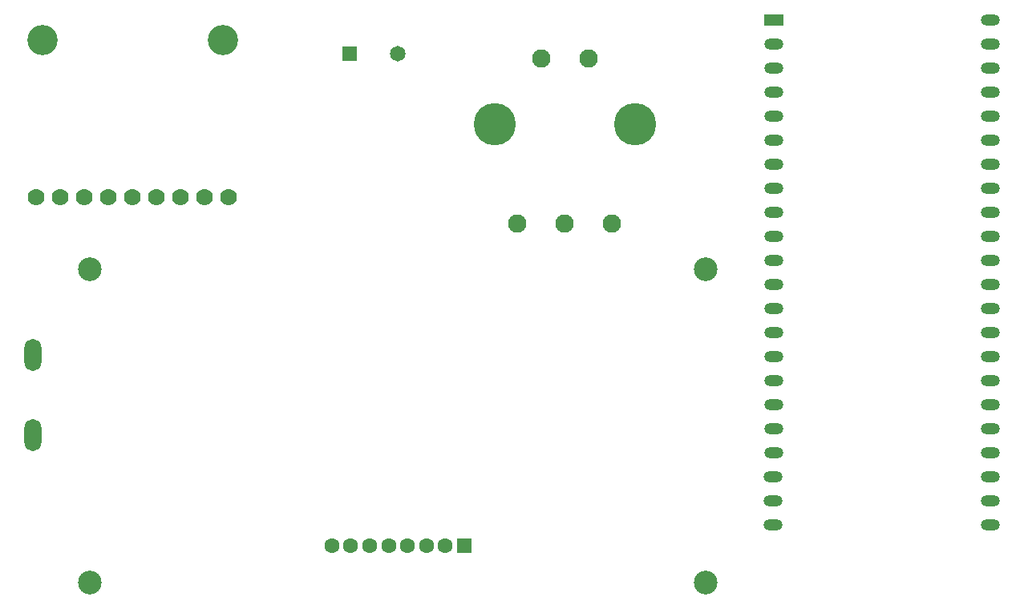
<source format=gbr>
%TF.GenerationSoftware,KiCad,Pcbnew,9.0.0*%
%TF.CreationDate,2025-04-12T19:30:56-04:00*%
%TF.ProjectId,phoenix_v1,70686f65-6e69-4785-9f76-312e6b696361,v2*%
%TF.SameCoordinates,Original*%
%TF.FileFunction,Soldermask,Bot*%
%TF.FilePolarity,Negative*%
%FSLAX46Y46*%
G04 Gerber Fmt 4.6, Leading zero omitted, Abs format (unit mm)*
G04 Created by KiCad (PCBNEW 9.0.0) date 2025-04-12 19:30:56*
%MOMM*%
%LPD*%
G01*
G04 APERTURE LIST*
%ADD10C,1.778000*%
%ADD11C,3.200000*%
%ADD12R,1.650000X1.650000*%
%ADD13C,1.650000*%
%ADD14C,1.950000*%
%ADD15C,4.460000*%
%ADD16C,2.500000*%
%ADD17R,1.600000X1.600000*%
%ADD18C,1.600000*%
%ADD19O,1.800000X3.400000*%
%ADD20R,2.000000X1.200000*%
%ADD21O,2.000000X1.200000*%
G04 APERTURE END LIST*
D10*
%TO.C,J2*%
X107610000Y-78668000D03*
X105070000Y-78668000D03*
X102530000Y-78668000D03*
X99990000Y-78668000D03*
X97450000Y-78668000D03*
X94910000Y-78668000D03*
X92370000Y-78668000D03*
X89830000Y-78668000D03*
X87290000Y-78668000D03*
D11*
X87925000Y-62031000D03*
X106975000Y-62031000D03*
%TD*%
D12*
%TO.C,J1*%
X120420000Y-63500000D03*
D13*
X125500000Y-63500000D03*
%TD*%
D14*
%TO.C,SW1*%
X138100000Y-81500000D03*
X143100000Y-81500000D03*
X148100000Y-81500000D03*
D15*
X135700000Y-71000000D03*
X150500000Y-71000000D03*
D14*
X140600000Y-64000000D03*
X145600000Y-64000000D03*
%TD*%
D16*
%TO.C,U2*%
X93000000Y-86300000D03*
X93000000Y-119400000D03*
X158000000Y-86300000D03*
X158000000Y-119400000D03*
D17*
X132500000Y-115500000D03*
D18*
X130500000Y-115500000D03*
X128500000Y-115500000D03*
X126500000Y-115500000D03*
X124500000Y-115500000D03*
X122500000Y-115500000D03*
X120500000Y-115500000D03*
X118500000Y-115500000D03*
D19*
X86950000Y-103850000D03*
X86950000Y-95350000D03*
%TD*%
D20*
%TO.C,U1*%
X165140000Y-59920000D03*
D21*
X165140000Y-62460000D03*
X165140000Y-65000000D03*
X165140000Y-67540000D03*
X165140000Y-70080000D03*
X165140000Y-72620000D03*
X165140000Y-75160000D03*
X165140000Y-77700000D03*
X165140000Y-80240000D03*
X165140000Y-82780000D03*
X165140000Y-85320000D03*
X165140000Y-87860000D03*
X165140000Y-90400000D03*
X165140000Y-92940000D03*
X165140000Y-95480000D03*
X165140000Y-98020000D03*
X165140000Y-100560000D03*
X165140000Y-103100000D03*
X165140000Y-105640000D03*
X165136320Y-108177280D03*
X165136320Y-110717280D03*
X165136320Y-113257280D03*
X188000000Y-113260000D03*
X188000000Y-110720000D03*
X188000000Y-108180000D03*
X188000000Y-105640000D03*
X188000000Y-103100000D03*
X188000000Y-100560000D03*
X188000000Y-98020000D03*
X188000000Y-95480000D03*
X188000000Y-92940000D03*
X188000000Y-90400000D03*
X188000000Y-87860000D03*
X188000000Y-85320000D03*
X188000000Y-82780000D03*
X188000000Y-80240000D03*
X188000000Y-77700000D03*
X188000000Y-75160000D03*
X188000000Y-72620000D03*
X188000000Y-70080000D03*
X188000000Y-67540000D03*
X188000000Y-65000000D03*
X188000000Y-62460000D03*
X188000000Y-59920000D03*
%TD*%
M02*

</source>
